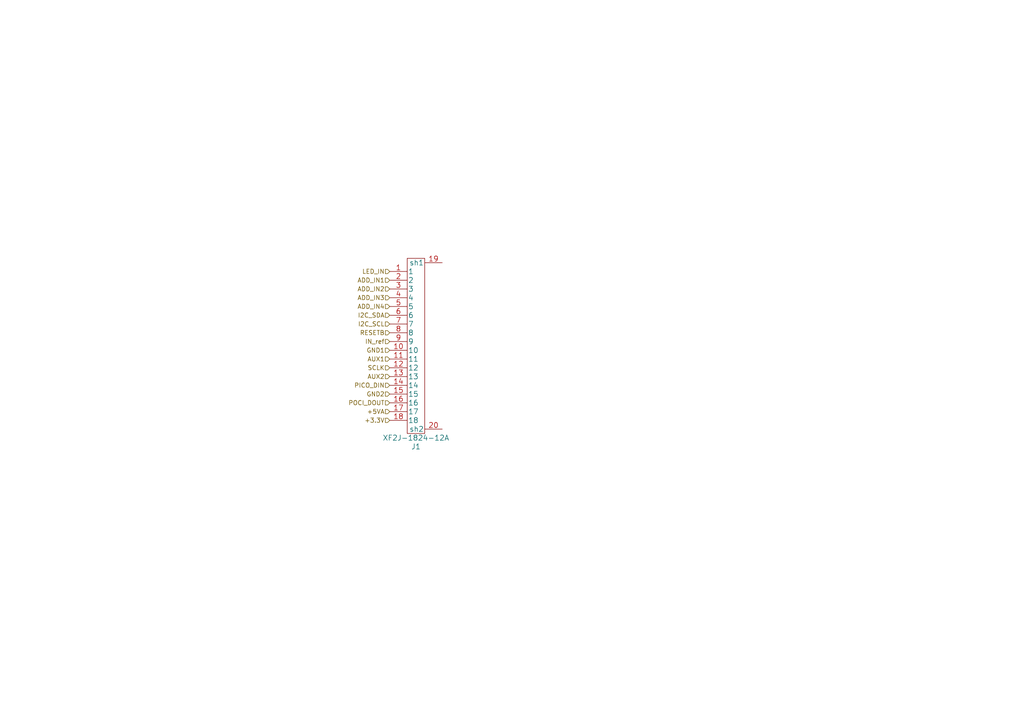
<source format=kicad_sch>
(kicad_sch (version 20230121) (generator eeschema)
  (paper "A4")
  (lib_symbols
    (symbol "00_custom:XF2J-1824-12A" (pin_names (offset 0.254))
      (property "Reference" "J" (at 11.43 -24.13 0))
      (property "Value" "XF2J-1824-12A" (at 20.32 -26.67 0))
      (symbol "XF2J-1824-12A_0_1"
        (rectangle (start 5.08 3.81) (end 10.16 -46.99))
      )
      (symbol "XF2J-1824-12A_1_1"
        (pin unspecified line (at 0 0 0) (length 5.08) (name "1") (number "1"))
        (pin unspecified line (at 0 -22.86 0) (length 5.08) (name "10") (number "10"))
        (pin unspecified line (at 0 -25.4 0) (length 5.08) (name "11") (number "11"))
        (pin unspecified line (at 0 -27.94 0) (length 5.08) (name "12") (number "12"))
        (pin unspecified line (at 0 -30.48 0) (length 5.08) (name "13") (number "13"))
        (pin unspecified line (at 0 -33.02 0) (length 5.08) (name "14") (number "14"))
        (pin unspecified line (at 0 -35.56 0) (length 5.08) (name "15") (number "15"))
        (pin unspecified line (at 0 -38.1 0) (length 5.08) (name "16") (number "16"))
        (pin unspecified line (at 0 -40.64 0) (length 5.08) (name "17") (number "17"))
        (pin unspecified line (at 0 -43.18 0) (length 5.08) (name "18") (number "18"))
        (pin unspecified line (at 15.24 2.54 180) (length 5.08) (name "sh1") (number "19"))
        (pin unspecified line (at 0 -2.54 0) (length 5.08) (name "2") (number "2"))
        (pin unspecified line (at 15.24 -45.72 180) (length 5.08) (name "sh2") (number "20"))
        (pin unspecified line (at 0 -5.08 0) (length 5.08) (name "3") (number "3"))
        (pin unspecified line (at 0 -7.62 0) (length 5.08) (name "4") (number "4"))
        (pin unspecified line (at 0 -10.16 0) (length 5.08) (name "5") (number "5"))
        (pin unspecified line (at 0 -12.7 0) (length 5.08) (name "6") (number "6"))
        (pin unspecified line (at 0 -15.24 0) (length 5.08) (name "7") (number "7"))
        (pin unspecified line (at 0 -17.78 0) (length 5.08) (name "8") (number "8"))
        (pin unspecified line (at 0 -20.32 0) (length 5.08) (name "9") (number "9"))
      )
    )
  )
  (hierarchical_label "GND1" (shape input) (at 113.03 101.6 180))
  (hierarchical_label "AUX1" (shape input) (at 113.03 104.14 180))
  (hierarchical_label "LED_IN" (shape input) (at 113.03 78.74 180))
  (hierarchical_label "ADD_IN2" (shape input) (at 113.03 83.82 180))
  (hierarchical_label "POCI_DOUT" (shape input) (at 113.03 116.84 180))
  (hierarchical_label "ADD_IN4" (shape input) (at 113.03 88.9 180))
  (hierarchical_label "AUX2" (shape input) (at 113.03 109.22 180))
  (hierarchical_label "ADD_IN3" (shape input) (at 113.03 86.36 180))
  (hierarchical_label "+3.3V" (shape input) (at 113.03 121.92 180))
  (hierarchical_label "ADD_IN1" (shape input) (at 113.03 81.28 180))
  (hierarchical_label "SCLK" (shape input) (at 113.03 106.68 180))
  (hierarchical_label "RESETB" (shape input) (at 113.03 96.52 180))
  (hierarchical_label "PICO_DIN" (shape input) (at 113.03 111.76 180))
  (hierarchical_label "I2C_SCL" (shape input) (at 113.03 93.98 180))
  (hierarchical_label "IN_ref" (shape input) (at 113.03 99.06 180))
  (hierarchical_label "GND2" (shape input) (at 113.03 114.3 180))
  (hierarchical_label "+5VA" (shape input) (at 113.03 119.38 180))
  (hierarchical_label "I2C_SDA" (shape input) (at 113.03 91.44 180))
  (symbol (lib_id "00_custom:XF2J-1824-12A") (at 113.03 78.74 0) (unit 1)
    (property "Reference" "J1" (at 120.65 129.54 0) (effects (font (size 1.524 1.524))))
    (property "Value" "XF2J-1824-12A" (at 120.65 127 0) (effects (font (size 1.524 1.524))))
    (property "Footprint" "00_custom-footprints:XF2J-1824-12A" (effects hide))
  )
)
</source>
